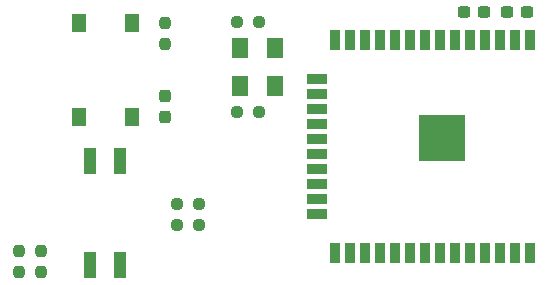
<source format=gbr>
%TF.GenerationSoftware,KiCad,Pcbnew,8.0.5*%
%TF.CreationDate,2024-11-30T18:41:16+03:00*%
%TF.ProjectId,pmod_esp32_4_layer.kicad_sch,706d6f64-5f65-4737-9033-325f345f6c61,rev?*%
%TF.SameCoordinates,Original*%
%TF.FileFunction,Paste,Top*%
%TF.FilePolarity,Positive*%
%FSLAX46Y46*%
G04 Gerber Fmt 4.6, Leading zero omitted, Abs format (unit mm)*
G04 Created by KiCad (PCBNEW 8.0.5) date 2024-11-30 18:41:16*
%MOMM*%
%LPD*%
G01*
G04 APERTURE LIST*
G04 Aperture macros list*
%AMRoundRect*
0 Rectangle with rounded corners*
0 $1 Rounding radius*
0 $2 $3 $4 $5 $6 $7 $8 $9 X,Y pos of 4 corners*
0 Add a 4 corners polygon primitive as box body*
4,1,4,$2,$3,$4,$5,$6,$7,$8,$9,$2,$3,0*
0 Add four circle primitives for the rounded corners*
1,1,$1+$1,$2,$3*
1,1,$1+$1,$4,$5*
1,1,$1+$1,$6,$7*
1,1,$1+$1,$8,$9*
0 Add four rect primitives between the rounded corners*
20,1,$1+$1,$2,$3,$4,$5,0*
20,1,$1+$1,$4,$5,$6,$7,0*
20,1,$1+$1,$6,$7,$8,$9,0*
20,1,$1+$1,$8,$9,$2,$3,0*%
G04 Aperture macros list end*
%ADD10RoundRect,0.237500X0.250000X0.237500X-0.250000X0.237500X-0.250000X-0.237500X0.250000X-0.237500X0*%
%ADD11RoundRect,0.237500X-0.237500X0.250000X-0.237500X-0.250000X0.237500X-0.250000X0.237500X0.250000X0*%
%ADD12RoundRect,0.237500X-0.300000X-0.237500X0.300000X-0.237500X0.300000X0.237500X-0.300000X0.237500X0*%
%ADD13RoundRect,0.099000X-0.351000X0.751000X-0.351000X-0.751000X0.351000X-0.751000X0.351000X0.751000X0*%
%ADD14R,4.000000X4.000000*%
%ADD15RoundRect,0.099000X-0.751000X0.351000X-0.751000X-0.351000X0.751000X-0.351000X0.751000X0.351000X0*%
%ADD16RoundRect,0.237500X0.237500X-0.250000X0.237500X0.250000X-0.237500X0.250000X-0.237500X-0.250000X0*%
%ADD17RoundRect,0.237500X0.237500X-0.300000X0.237500X0.300000X-0.237500X0.300000X-0.237500X-0.300000X0*%
%ADD18RoundRect,0.250001X0.462499X0.624999X-0.462499X0.624999X-0.462499X-0.624999X0.462499X-0.624999X0*%
%ADD19RoundRect,0.237500X-0.250000X-0.237500X0.250000X-0.237500X0.250000X0.237500X-0.250000X0.237500X0*%
%ADD20R,1.100000X2.200000*%
%ADD21R,1.300000X1.550000*%
%ADD22RoundRect,0.237500X0.300000X0.237500X-0.300000X0.237500X-0.300000X-0.237500X0.300000X-0.237500X0*%
%ADD23RoundRect,0.250001X-0.462499X-0.624999X0.462499X-0.624999X0.462499X0.624999X-0.462499X0.624999X0*%
G04 APERTURE END LIST*
D10*
%TO.C,R10*%
X146950000Y-111500000D03*
X145125000Y-111500000D03*
%TD*%
%TO.C,R13*%
X146950000Y-109750000D03*
X145125000Y-109750000D03*
%TD*%
D11*
%TO.C,R11*%
X133550000Y-113687500D03*
X133550000Y-115512500D03*
%TD*%
D12*
%TO.C,C3*%
X169375000Y-93500000D03*
X171100000Y-93500000D03*
%TD*%
D13*
%TO.C,U1*%
X174970000Y-95870000D03*
D14*
X167560000Y-104170000D03*
D13*
X173700000Y-95870000D03*
X172430000Y-95870000D03*
X171160000Y-95870000D03*
X169890000Y-95870000D03*
X168620000Y-95870000D03*
X167350000Y-95870000D03*
X166080000Y-95870000D03*
X164810000Y-95870000D03*
X163540000Y-95870000D03*
X162270000Y-95870000D03*
X161000000Y-95870000D03*
X159730000Y-95870000D03*
X158460000Y-95870000D03*
D15*
X156960000Y-99155000D03*
X156960000Y-100425000D03*
X156960000Y-101695000D03*
X156960000Y-102965000D03*
X156960000Y-104235000D03*
X156960000Y-105505000D03*
X156960000Y-106775000D03*
X156960000Y-108045000D03*
X156960000Y-109315000D03*
X156960000Y-110585000D03*
D13*
X158460000Y-113870000D03*
X159730000Y-113870000D03*
X161000000Y-113870000D03*
X162270000Y-113870000D03*
X163540000Y-113870000D03*
X164810000Y-113870000D03*
X166080000Y-113870000D03*
X167350000Y-113870000D03*
X168620000Y-113870000D03*
X169890000Y-113870000D03*
X171160000Y-113870000D03*
X172430000Y-113870000D03*
X173700000Y-113870000D03*
X174970000Y-113870000D03*
%TD*%
D16*
%TO.C,R12*%
X131700000Y-115512500D03*
X131700000Y-113687500D03*
%TD*%
D17*
%TO.C,C1*%
X144050000Y-102312500D03*
X144050000Y-100587500D03*
%TD*%
D16*
%TO.C,R5*%
X144050000Y-96212500D03*
X144050000Y-94387500D03*
%TD*%
D18*
%TO.C,LD2*%
X153437500Y-99750000D03*
X150462500Y-99750000D03*
%TD*%
D10*
%TO.C,R15*%
X152012500Y-101950000D03*
X150187500Y-101950000D03*
%TD*%
D19*
%TO.C,R14*%
X150187500Y-94350000D03*
X152012500Y-94350000D03*
%TD*%
D20*
%TO.C,S2*%
X137727500Y-114900000D03*
X140267500Y-114900000D03*
X137727500Y-106100000D03*
X140267500Y-106100000D03*
%TD*%
D21*
%TO.C,S1*%
X141337500Y-94375000D03*
X136837500Y-94375000D03*
X141337500Y-102325000D03*
X136837500Y-102325000D03*
%TD*%
D22*
%TO.C,C2*%
X174750000Y-93500000D03*
X173025000Y-93500000D03*
%TD*%
D23*
%TO.C,LD1*%
X150462500Y-96500000D03*
X153437500Y-96500000D03*
%TD*%
M02*

</source>
